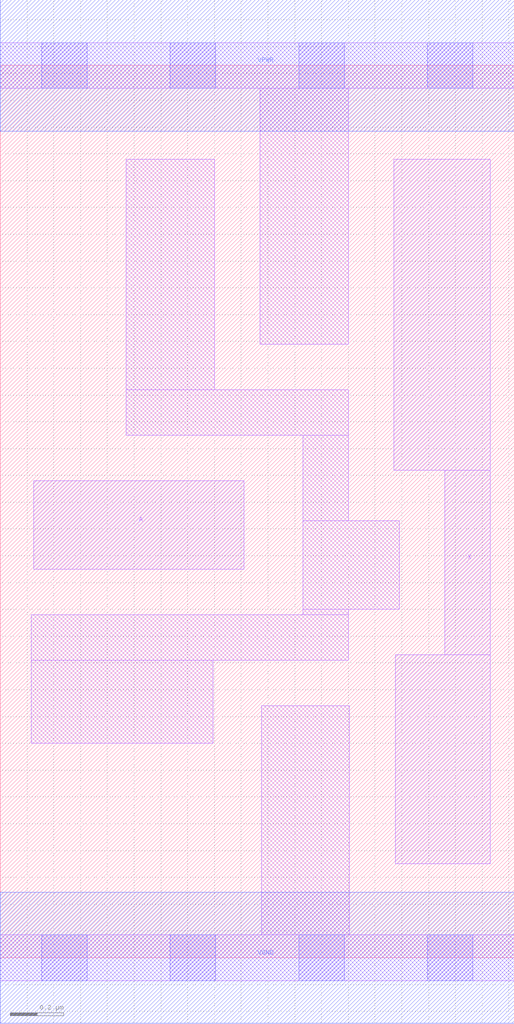
<source format=lef>
# Copyright 2020 The SkyWater PDK Authors
#
# Licensed under the Apache License, Version 2.0 (the "License");
# you may not use this file except in compliance with the License.
# You may obtain a copy of the License at
#
#     https://www.apache.org/licenses/LICENSE-2.0
#
# Unless required by applicable law or agreed to in writing, software
# distributed under the License is distributed on an "AS IS" BASIS,
# WITHOUT WARRANTIES OR CONDITIONS OF ANY KIND, either express or implied.
# See the License for the specific language governing permissions and
# limitations under the License.
#
# SPDX-License-Identifier: Apache-2.0

VERSION 5.7 ;
  NAMESCASESENSITIVE ON ;
  NOWIREEXTENSIONATPIN ON ;
  DIVIDERCHAR "/" ;
  BUSBITCHARS "[]" ;
UNITS
  DATABASE MICRONS 200 ;
END UNITS
MACRO sky130_fd_sc_ls__buf_1
  CLASS CORE ;
  FOREIGN sky130_fd_sc_ls__buf_1 ;
  ORIGIN  0.000000  0.000000 ;
  SIZE  1.920000 BY  3.330000 ;
  SYMMETRY X Y ;
  SITE unit ;
  PIN A
    ANTENNAGATEAREA  0.208500 ;
    DIRECTION INPUT ;
    USE SIGNAL ;
    PORT
      LAYER li1 ;
        RECT 0.125000 1.450000 0.910000 1.780000 ;
    END
  END A
  PIN X
    ANTENNADIFFAREA  0.541300 ;
    DIRECTION OUTPUT ;
    USE SIGNAL ;
    PORT
      LAYER li1 ;
        RECT 1.470000 1.820000 1.830000 2.980000 ;
        RECT 1.475000 0.350000 1.830000 1.130000 ;
        RECT 1.660000 1.130000 1.830000 1.820000 ;
    END
  END X
  PIN VGND
    DIRECTION INOUT ;
    SHAPE ABUTMENT ;
    USE GROUND ;
    PORT
      LAYER met1 ;
        RECT 0.000000 -0.245000 1.920000 0.245000 ;
    END
  END VGND
  PIN VPWR
    DIRECTION INOUT ;
    SHAPE ABUTMENT ;
    USE POWER ;
    PORT
      LAYER met1 ;
        RECT 0.000000 3.085000 1.920000 3.575000 ;
    END
  END VPWR
  OBS
    LAYER li1 ;
      RECT 0.000000 -0.085000 1.920000 0.085000 ;
      RECT 0.000000  3.245000 1.920000 3.415000 ;
      RECT 0.115000  0.800000 0.795000 1.110000 ;
      RECT 0.115000  1.110000 1.300000 1.280000 ;
      RECT 0.470000  1.950000 1.300000 2.120000 ;
      RECT 0.470000  2.120000 0.800000 2.980000 ;
      RECT 0.970000  2.290000 1.300000 3.245000 ;
      RECT 0.975000  0.085000 1.305000 0.940000 ;
      RECT 1.130000  1.280000 1.300000 1.300000 ;
      RECT 1.130000  1.300000 1.490000 1.630000 ;
      RECT 1.130000  1.630000 1.300000 1.950000 ;
    LAYER mcon ;
      RECT 0.155000 -0.085000 0.325000 0.085000 ;
      RECT 0.155000  3.245000 0.325000 3.415000 ;
      RECT 0.635000 -0.085000 0.805000 0.085000 ;
      RECT 0.635000  3.245000 0.805000 3.415000 ;
      RECT 1.115000 -0.085000 1.285000 0.085000 ;
      RECT 1.115000  3.245000 1.285000 3.415000 ;
      RECT 1.595000 -0.085000 1.765000 0.085000 ;
      RECT 1.595000  3.245000 1.765000 3.415000 ;
  END
END sky130_fd_sc_ls__buf_1
END LIBRARY

</source>
